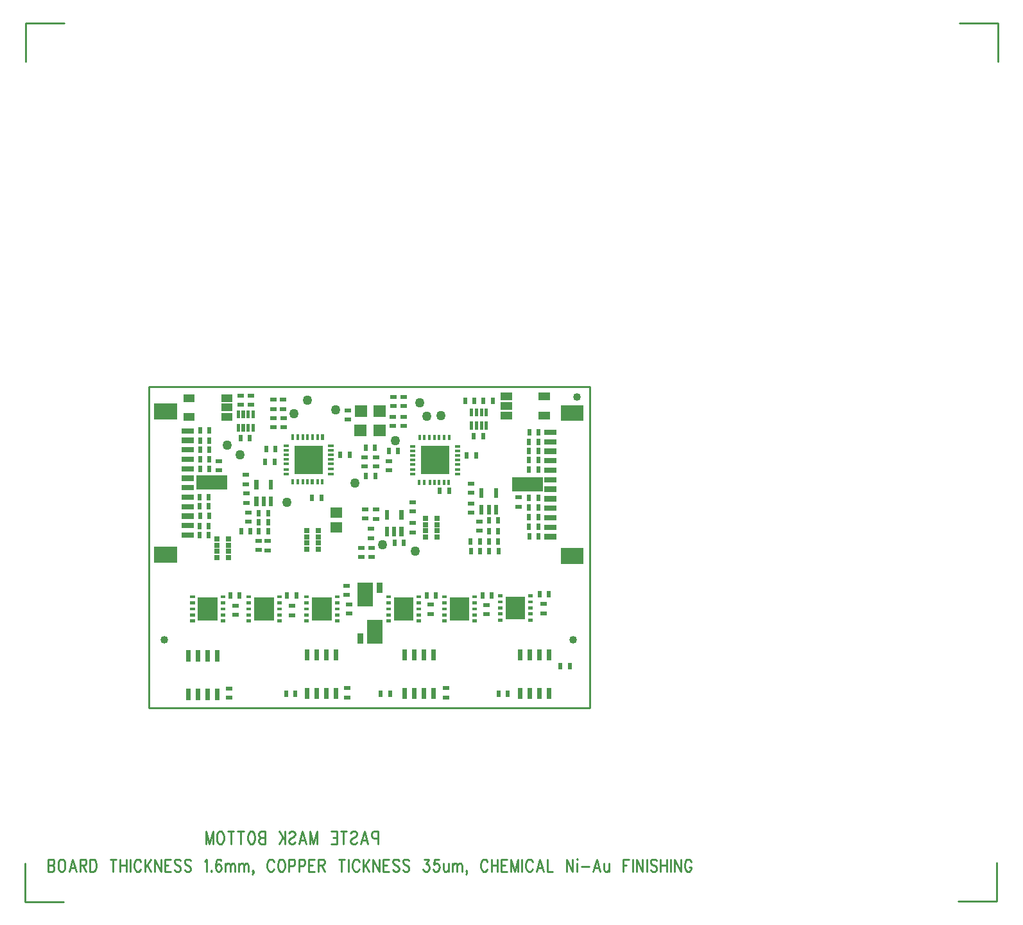
<source format=gbr>
*
*
G04 PADS Layout (Build Number 2007.21.1) generated Gerber (RS-274-X) file*
G04 PC Version=2.1*
*
%IN "2FOC-002.pcb"*%
*
%MOIN*%
*
%FSLAX35Y35*%
*
*
*
*
G04 PC Standard Apertures*
*
*
G04 Thermal Relief Aperture macro.*
%AMTER*
1,1,$1,0,0*
1,0,$1-$2,0,0*
21,0,$3,$4,0,0,45*
21,0,$3,$4,0,0,135*
%
*
*
G04 Annular Aperture macro.*
%AMANN*
1,1,$1,0,0*
1,0,$2,0,0*
%
*
*
G04 Odd Aperture macro.*
%AMODD*
1,1,$1,0,0*
1,0,$1-0.005,0,0*
%
*
*
G04 PC Custom Aperture Macros*
*
*
*
*
*
*
G04 PC Aperture Table*
*
%ADD010C,0.01*%
%ADD016R,0.035X0.024*%
%ADD019R,0.024X0.035*%
%ADD027R,0.06X0.052*%
%ADD035C,0.04*%
%ADD037C,0.05*%
%ADD043R,0.025X0.025*%
%ADD048R,0.16X0.076*%
%ADD070C,0.001*%
%ADD072R,0.02756X0.02756*%
%ADD073R,0.08268X0.08268*%
%ADD076R,0.01575X0.01575*%
%ADD077R,0.10236X0.10236*%
%ADD079R,0.07992X0.07992*%
%ADD080R,0.02992X0.02992*%
%ADD093R,0.02362X0.02362*%
%ADD094R,0.01378X0.01378*%
%ADD095R,0.14567X0.14567*%
%ADD096R,0.05906X0.05906*%
%ADD097R,0.017X0.017*%
%ADD098R,0.021X0.021*%
%ADD126R,0.03937X0.03937*%
*
*
*
*
G04 PC Circuitry*
G04 Layer Name 2FOC-002.pcb - circuitry*
%LPD*%
*
*
G04 PC Custom Flashes*
G04 Layer Name 2FOC-002.pcb - flashes*
%LPD*%
*
*
G04 PC Circuitry*
G04 Layer Name 2FOC-002.pcb - circuitry*
%LPD*%
*
G54D10*
G01X1930512Y1408492D02*
Y1401929D01*
Y1408492D02*
X1928466D01*
X1927785Y1408179*
X1927557Y1407867*
X1927330Y1407242*
Y1406304*
X1927557Y1405679*
X1927785Y1405367*
X1928466Y1405054*
X1930512*
X1923466Y1408492D02*
X1925285Y1401929D01*
X1923466Y1408492D02*
X1921648Y1401929D01*
X1924603Y1404117D02*
X1922330D01*
X1916421Y1407554D02*
X1916875Y1408179D01*
X1917557Y1408492*
X1918466*
X1919148Y1408179*
X1919603Y1407554*
Y1406929*
X1919375Y1406304*
X1919148Y1405992*
X1918694Y1405679*
X1917330Y1405054*
X1916875Y1404742*
X1916648Y1404429*
X1916421Y1403804*
Y1402867*
X1916875Y1402242*
X1917557Y1401929*
X1918466*
X1919148Y1402242*
X1919603Y1402867*
X1912785Y1408492D02*
Y1401929D01*
X1914375Y1408492D02*
X1911194D01*
X1909148D02*
Y1401929D01*
Y1408492D02*
X1906194D01*
X1909148Y1405367D02*
X1907330D01*
X1909148Y1401929D02*
X1906194D01*
X1898921Y1408492D02*
Y1401929D01*
Y1408492D02*
X1897103Y1401929D01*
X1895285Y1408492D02*
X1897103Y1401929D01*
X1895285Y1408492D02*
Y1401929D01*
X1891421Y1408492D02*
X1893239Y1401929D01*
X1891421Y1408492D02*
X1889603Y1401929D01*
X1892557Y1404117D02*
X1890285D01*
X1884375Y1407554D02*
X1884830Y1408179D01*
X1885512Y1408492*
X1886421*
X1887103Y1408179*
X1887557Y1407554*
Y1406929*
X1887330Y1406304*
X1887103Y1405992*
X1886648Y1405679*
X1885285Y1405054*
X1884830Y1404742*
X1884603Y1404429*
X1884375Y1403804*
Y1402867*
X1884830Y1402242*
X1885512Y1401929*
X1886421*
X1887103Y1402242*
X1887557Y1402867*
X1882330Y1408492D02*
Y1401929D01*
X1879148Y1408492D02*
X1882330Y1404117D01*
X1881194Y1405679D02*
X1879148Y1401929D01*
X1871875Y1408492D02*
Y1401929D01*
Y1408492D02*
X1869830D01*
X1869148Y1408179*
X1868921Y1407867*
X1868694Y1407242*
Y1406617*
X1868921Y1405992*
X1869148Y1405679*
X1869830Y1405367*
X1871875D02*
X1869830D01*
X1869148Y1405054*
X1868921Y1404742*
X1868694Y1404117*
Y1403179*
X1868921Y1402554*
X1869148Y1402242*
X1869830Y1401929*
X1871875*
X1865285Y1408492D02*
X1865739Y1408179D01*
X1866194Y1407554*
X1866421Y1406929*
X1866648Y1405992*
Y1404429*
X1866421Y1403492*
X1866194Y1402867*
X1865739Y1402242*
X1865285Y1401929*
X1864375*
X1863921Y1402242*
X1863466Y1402867*
X1863239Y1403492*
X1863012Y1404429*
Y1405992*
X1863239Y1406929*
X1863466Y1407554*
X1863921Y1408179*
X1864375Y1408492*
X1865285*
X1859375D02*
Y1401929D01*
X1860966Y1408492D02*
X1857785D01*
X1854148D02*
Y1401929D01*
X1855739Y1408492D02*
X1852557D01*
X1849148D02*
X1849603Y1408179D01*
X1850057Y1407554*
X1850285Y1406929*
X1850512Y1405992*
Y1404429*
X1850285Y1403492*
X1850057Y1402867*
X1849603Y1402242*
X1849148Y1401929*
X1848239*
X1847785Y1402242*
X1847330Y1402867*
X1847103Y1403492*
X1846875Y1404429*
Y1405992*
X1847103Y1406929*
X1847330Y1407554*
X1847785Y1408179*
X1848239Y1408492*
X1849148*
X1844830D02*
Y1401929D01*
Y1408492D02*
X1843012Y1401929D01*
X1841194Y1408492D02*
X1843012Y1401929D01*
X1841194Y1408492D02*
Y1401929D01*
X1759252Y1394122D02*
Y1387559D01*
Y1394122D02*
X1761297D01*
X1761979Y1393809*
X1762207Y1393497*
X1762434Y1392872*
Y1392247*
X1762207Y1391622*
X1761979Y1391309*
X1761297Y1390997*
X1759252D02*
X1761297D01*
X1761979Y1390684*
X1762207Y1390372*
X1762434Y1389747*
Y1388809*
X1762207Y1388184*
X1761979Y1387872*
X1761297Y1387559*
X1759252*
X1765843Y1394122D02*
X1765388Y1393809D01*
X1764934Y1393184*
X1764707Y1392559*
X1764479Y1391622*
Y1390059*
X1764707Y1389122*
X1764934Y1388497*
X1765388Y1387872*
X1765843Y1387559*
X1766752*
X1767207Y1387872*
X1767661Y1388497*
X1767888Y1389122*
X1768116Y1390059*
Y1391622*
X1767888Y1392559*
X1767661Y1393184*
X1767207Y1393809*
X1766752Y1394122*
X1765843*
X1771979D02*
X1770161Y1387559D01*
X1771979Y1394122D02*
X1773797Y1387559D01*
X1770843Y1389747D02*
X1773116D01*
X1775843Y1394122D02*
Y1387559D01*
Y1394122D02*
X1777888D01*
X1778570Y1393809*
X1778797Y1393497*
X1779025Y1392872*
Y1392247*
X1778797Y1391622*
X1778570Y1391309*
X1777888Y1390997*
X1775843*
X1777434D02*
X1779025Y1387559D01*
X1781070Y1394122D02*
Y1387559D01*
Y1394122D02*
X1782661D01*
X1783343Y1393809*
X1783797Y1393184*
X1784025Y1392559*
X1784252Y1391622*
Y1390059*
X1784025Y1389122*
X1783797Y1388497*
X1783343Y1387872*
X1782661Y1387559*
X1781070*
X1793116Y1394122D02*
Y1387559D01*
X1791525Y1394122D02*
X1794707D01*
X1796752D02*
Y1387559D01*
X1799934Y1394122D02*
Y1387559D01*
X1796752Y1390997D02*
X1799934D01*
X1801979Y1394122D02*
Y1387559D01*
X1807434Y1392559D02*
X1807207Y1393184D01*
X1806752Y1393809*
X1806297Y1394122*
X1805388*
X1804934Y1393809*
X1804479Y1393184*
X1804252Y1392559*
X1804025Y1391622*
Y1390059*
X1804252Y1389122*
X1804479Y1388497*
X1804934Y1387872*
X1805388Y1387559*
X1806297*
X1806752Y1387872*
X1807207Y1388497*
X1807434Y1389122*
X1809479Y1394122D02*
Y1387559D01*
X1812661Y1394122D02*
X1809479Y1389747D01*
X1810616Y1391309D02*
X1812661Y1387559D01*
X1814707Y1394122D02*
Y1387559D01*
Y1394122D02*
X1817888Y1387559D01*
Y1394122D02*
Y1387559D01*
X1819934Y1394122D02*
Y1387559D01*
Y1394122D02*
X1822888D01*
X1819934Y1390997D02*
X1821752D01*
X1819934Y1387559D02*
X1822888D01*
X1828116Y1393184D02*
X1827661Y1393809D01*
X1826979Y1394122*
X1826070*
X1825388Y1393809*
X1824934Y1393184*
Y1392559*
X1825161Y1391934*
X1825388Y1391622*
X1825843Y1391309*
X1827207Y1390684*
X1827661Y1390372*
X1827888Y1390059*
X1828116Y1389434*
Y1388497*
X1827661Y1387872*
X1826979Y1387559*
X1826070*
X1825388Y1387872*
X1824934Y1388497*
X1833343Y1393184D02*
X1832888Y1393809D01*
X1832207Y1394122*
X1831297*
X1830616Y1393809*
X1830161Y1393184*
Y1392559*
X1830388Y1391934*
X1830616Y1391622*
X1831070Y1391309*
X1832434Y1390684*
X1832888Y1390372*
X1833116Y1390059*
X1833343Y1389434*
Y1388497*
X1832888Y1387872*
X1832207Y1387559*
X1831297*
X1830616Y1387872*
X1830161Y1388497*
X1840616Y1392872D02*
X1841070Y1393184D01*
X1841752Y1394122*
Y1387559*
X1844025Y1388184D02*
X1843797Y1387872D01*
X1844025Y1387559*
X1844252Y1387872*
X1844025Y1388184*
X1849025Y1393184D02*
X1848797Y1393809D01*
X1848116Y1394122*
X1847661*
X1846979Y1393809*
X1846525Y1392872*
X1846297Y1391309*
Y1389747*
X1846525Y1388497*
X1846979Y1387872*
X1847661Y1387559*
X1847888*
X1848570Y1387872*
X1849025Y1388497*
X1849252Y1389434*
Y1389747*
X1849025Y1390684*
X1848570Y1391309*
X1847888Y1391622*
X1847661*
X1846979Y1391309*
X1846525Y1390684*
X1846297Y1389747*
X1851297Y1391934D02*
Y1387559D01*
Y1390684D02*
X1851979Y1391622D01*
X1852434Y1391934*
X1853116*
X1853570Y1391622*
X1853797Y1390684*
Y1387559*
Y1390684D02*
X1854479Y1391622D01*
X1854934Y1391934*
X1855616*
X1856070Y1391622*
X1856297Y1390684*
Y1387559*
X1858343Y1391934D02*
Y1387559D01*
Y1390684D02*
X1859025Y1391622D01*
X1859479Y1391934*
X1860161*
X1860616Y1391622*
X1860843Y1390684*
Y1387559*
Y1390684D02*
X1861525Y1391622D01*
X1861979Y1391934*
X1862661*
X1863116Y1391622*
X1863343Y1390684*
Y1387559*
X1865843Y1387872D02*
X1865616Y1387559D01*
X1865388Y1387872*
X1865616Y1388184*
X1865843Y1387872*
Y1387247*
X1865616Y1386622*
X1865388Y1386309*
X1876525Y1392559D02*
X1876297Y1393184D01*
X1875843Y1393809*
X1875388Y1394122*
X1874479*
X1874025Y1393809*
X1873570Y1393184*
X1873343Y1392559*
X1873116Y1391622*
Y1390059*
X1873343Y1389122*
X1873570Y1388497*
X1874025Y1387872*
X1874479Y1387559*
X1875388*
X1875843Y1387872*
X1876297Y1388497*
X1876525Y1389122*
X1879934Y1394122D02*
X1879479Y1393809D01*
X1879025Y1393184*
X1878797Y1392559*
X1878570Y1391622*
Y1390059*
X1878797Y1389122*
X1879025Y1388497*
X1879479Y1387872*
X1879934Y1387559*
X1880843*
X1881297Y1387872*
X1881752Y1388497*
X1881979Y1389122*
X1882207Y1390059*
Y1391622*
X1881979Y1392559*
X1881752Y1393184*
X1881297Y1393809*
X1880843Y1394122*
X1879934*
X1884252D02*
Y1387559D01*
Y1394122D02*
X1886297D01*
X1886979Y1393809*
X1887207Y1393497*
X1887434Y1392872*
Y1391934*
X1887207Y1391309*
X1886979Y1390997*
X1886297Y1390684*
X1884252*
X1889479Y1394122D02*
Y1387559D01*
Y1394122D02*
X1891525D01*
X1892207Y1393809*
X1892434Y1393497*
X1892661Y1392872*
Y1391934*
X1892434Y1391309*
X1892207Y1390997*
X1891525Y1390684*
X1889479*
X1894707Y1394122D02*
Y1387559D01*
Y1394122D02*
X1897661D01*
X1894707Y1390997D02*
X1896525D01*
X1894707Y1387559D02*
X1897661D01*
X1899707Y1394122D02*
Y1387559D01*
Y1394122D02*
X1901752D01*
X1902434Y1393809*
X1902661Y1393497*
X1902888Y1392872*
Y1392247*
X1902661Y1391622*
X1902434Y1391309*
X1901752Y1390997*
X1899707*
X1901297D02*
X1902888Y1387559D01*
X1911752Y1394122D02*
Y1387559D01*
X1910161Y1394122D02*
X1913343D01*
X1915388D02*
Y1387559D01*
X1920843Y1392559D02*
X1920616Y1393184D01*
X1920161Y1393809*
X1919707Y1394122*
X1918797*
X1918343Y1393809*
X1917888Y1393184*
X1917661Y1392559*
X1917434Y1391622*
Y1390059*
X1917661Y1389122*
X1917888Y1388497*
X1918343Y1387872*
X1918797Y1387559*
X1919707*
X1920161Y1387872*
X1920616Y1388497*
X1920843Y1389122*
X1922888Y1394122D02*
Y1387559D01*
X1926070Y1394122D02*
X1922888Y1389747D01*
X1924025Y1391309D02*
X1926070Y1387559D01*
X1928116Y1394122D02*
Y1387559D01*
Y1394122D02*
X1931297Y1387559D01*
Y1394122D02*
Y1387559D01*
X1933343Y1394122D02*
Y1387559D01*
Y1394122D02*
X1936297D01*
X1933343Y1390997D02*
X1935161D01*
X1933343Y1387559D02*
X1936297D01*
X1941525Y1393184D02*
X1941070Y1393809D01*
X1940388Y1394122*
X1939479*
X1938797Y1393809*
X1938343Y1393184*
Y1392559*
X1938570Y1391934*
X1938797Y1391622*
X1939252Y1391309*
X1940616Y1390684*
X1941070Y1390372*
X1941297Y1390059*
X1941525Y1389434*
Y1388497*
X1941070Y1387872*
X1940388Y1387559*
X1939479*
X1938797Y1387872*
X1938343Y1388497*
X1946752Y1393184D02*
X1946297Y1393809D01*
X1945616Y1394122*
X1944707*
X1944025Y1393809*
X1943570Y1393184*
Y1392559*
X1943797Y1391934*
X1944025Y1391622*
X1944479Y1391309*
X1945843Y1390684*
X1946297Y1390372*
X1946525Y1390059*
X1946752Y1389434*
Y1388497*
X1946297Y1387872*
X1945616Y1387559*
X1944707*
X1944025Y1387872*
X1943570Y1388497*
X1954479Y1394122D02*
X1956979D01*
X1955616Y1391622*
X1956297*
X1956752Y1391309*
X1956979Y1390997*
X1957207Y1390059*
Y1389434*
X1956979Y1388497*
X1956525Y1387872*
X1955843Y1387559*
X1955161*
X1954479Y1387872*
X1954252Y1388184*
X1954025Y1388809*
X1962207Y1394122D02*
X1959934D01*
X1959707Y1391309*
X1959934Y1391622*
X1960616Y1391934*
X1961297*
X1961979Y1391622*
X1962434Y1390997*
X1962661Y1390059*
X1962434Y1389434*
X1962207Y1388497*
X1961752Y1387872*
X1961070Y1387559*
X1960388*
X1959707Y1387872*
X1959479Y1388184*
X1959252Y1388809*
X1964707Y1391934D02*
Y1388809D01*
X1964934Y1387872*
X1965388Y1387559*
X1966070*
X1966525Y1387872*
X1967207Y1388809*
Y1391934D02*
Y1387559D01*
X1969252Y1391934D02*
Y1387559D01*
Y1390684D02*
X1969934Y1391622D01*
X1970388Y1391934*
X1971070*
X1971525Y1391622*
X1971752Y1390684*
Y1387559*
Y1390684D02*
X1972434Y1391622D01*
X1972888Y1391934*
X1973570*
X1974025Y1391622*
X1974252Y1390684*
Y1387559*
X1976752Y1387872D02*
X1976525Y1387559D01*
X1976297Y1387872*
X1976525Y1388184*
X1976752Y1387872*
Y1387247*
X1976525Y1386622*
X1976297Y1386309*
X1987434Y1392559D02*
X1987207Y1393184D01*
X1986752Y1393809*
X1986297Y1394122*
X1985388*
X1984934Y1393809*
X1984479Y1393184*
X1984252Y1392559*
X1984025Y1391622*
Y1390059*
X1984252Y1389122*
X1984479Y1388497*
X1984934Y1387872*
X1985388Y1387559*
X1986297*
X1986752Y1387872*
X1987207Y1388497*
X1987434Y1389122*
X1989479Y1394122D02*
Y1387559D01*
X1992661Y1394122D02*
Y1387559D01*
X1989479Y1390997D02*
X1992661D01*
X1994707Y1394122D02*
Y1387559D01*
Y1394122D02*
X1997661D01*
X1994707Y1390997D02*
X1996525D01*
X1994707Y1387559D02*
X1997661D01*
X1999707Y1394122D02*
Y1387559D01*
Y1394122D02*
X2001525Y1387559D01*
X2003343Y1394122D02*
X2001525Y1387559D01*
X2003343Y1394122D02*
Y1387559D01*
X2005388Y1394122D02*
Y1387559D01*
X2010843Y1392559D02*
X2010616Y1393184D01*
X2010161Y1393809*
X2009707Y1394122*
X2008797*
X2008343Y1393809*
X2007888Y1393184*
X2007661Y1392559*
X2007434Y1391622*
Y1390059*
X2007661Y1389122*
X2007888Y1388497*
X2008343Y1387872*
X2008797Y1387559*
X2009707*
X2010161Y1387872*
X2010616Y1388497*
X2010843Y1389122*
X2014707Y1394122D02*
X2012888Y1387559D01*
X2014707Y1394122D02*
X2016525Y1387559D01*
X2013570Y1389747D02*
X2015843D01*
X2018570Y1394122D02*
Y1387559D01*
X2021297*
X2028570Y1394122D02*
Y1387559D01*
Y1394122D02*
X2031752Y1387559D01*
Y1394122D02*
Y1387559D01*
X2033797Y1394122D02*
X2034025Y1393809D01*
X2034252Y1394122*
X2034025Y1394434*
X2033797Y1394122*
X2034025Y1391934D02*
Y1387559D01*
X2036297Y1390372D02*
X2040388D01*
X2044252Y1394122D02*
X2042434Y1387559D01*
X2044252Y1394122D02*
X2046070Y1387559D01*
X2043116Y1389747D02*
X2045388D01*
X2048116Y1391934D02*
Y1388809D01*
X2048343Y1387872*
X2048797Y1387559*
X2049479*
X2049934Y1387872*
X2050616Y1388809*
Y1391934D02*
Y1387559D01*
X2057888Y1394122D02*
Y1387559D01*
Y1394122D02*
X2060843D01*
X2057888Y1390997D02*
X2059707D01*
X2062888Y1394122D02*
Y1387559D01*
X2064934Y1394122D02*
Y1387559D01*
Y1394122D02*
X2068116Y1387559D01*
Y1394122D02*
Y1387559D01*
X2070161Y1394122D02*
Y1387559D01*
X2075388Y1393184D02*
X2074934Y1393809D01*
X2074252Y1394122*
X2073343*
X2072661Y1393809*
X2072207Y1393184*
Y1392559*
X2072434Y1391934*
X2072661Y1391622*
X2073116Y1391309*
X2074479Y1390684*
X2074934Y1390372*
X2075161Y1390059*
X2075388Y1389434*
Y1388497*
X2074934Y1387872*
X2074252Y1387559*
X2073343*
X2072661Y1387872*
X2072207Y1388497*
X2077434Y1394122D02*
Y1387559D01*
X2080616Y1394122D02*
Y1387559D01*
X2077434Y1390997D02*
X2080616D01*
X2082661Y1394122D02*
Y1387559D01*
X2084707Y1394122D02*
Y1387559D01*
Y1394122D02*
X2087888Y1387559D01*
Y1394122D02*
Y1387559D01*
X2093343Y1392559D02*
X2093116Y1393184D01*
X2092661Y1393809*
X2092207Y1394122*
X2091297*
X2090843Y1393809*
X2090388Y1393184*
X2090161Y1392559*
X2089934Y1391622*
Y1390059*
X2090161Y1389122*
X2090388Y1388497*
X2090843Y1387872*
X2091297Y1387559*
X2092207*
X2092661Y1387872*
X2093116Y1388497*
X2093343Y1389122*
Y1390059*
X2092207D02*
X2093343D01*
X1811638Y1472618D02*
X2040748D01*
Y1639331*
X1811638*
Y1472618*
X1767520Y1828110D02*
X1747520D01*
Y1808110*
X1747441Y1391890D02*
Y1371890D01*
X1767441*
X2232087Y1372205D02*
X2252087D01*
Y1392205*
X2252559Y1808031D02*
Y1828031D01*
X2232559*
G54D16*
X1864567Y1629844D03*
Y1634644D03*
X1859449Y1629844D03*
Y1634644D03*
X1929528Y1602754D03*
Y1597954D03*
X1923622Y1602754D03*
Y1597954D03*
X1847835Y1595986D03*
Y1600786D03*
X2003740Y1581888D03*
Y1577088D03*
X1873425Y1554450D03*
Y1559250D03*
X1868504Y1554647D03*
Y1559447D03*
X1863386Y1569214D03*
Y1574014D03*
X1862008Y1588702D03*
Y1593502D03*
X1881496Y1618230D03*
Y1623030D03*
X1881299Y1627679D03*
Y1632479D03*
X1876181Y1618230D03*
Y1623030D03*
Y1627679D03*
Y1632479D03*
X1938386Y1618820D03*
Y1623620D03*
X1938583Y1629254D03*
Y1634054D03*
X1943898Y1618820D03*
Y1623620D03*
Y1629254D03*
Y1634054D03*
X1983268Y1564490D03*
Y1569290D03*
X1978937Y1584175D03*
Y1588975D03*
X1948622Y1568502D03*
Y1563702D03*
Y1579329D03*
Y1574529D03*
X1926969Y1560750D03*
Y1565550D03*
X1924016Y1570986D03*
Y1575786D03*
X1927165Y1550907D03*
Y1555707D03*
X1922047Y1550907D03*
Y1555707D03*
X1929528Y1575589D03*
Y1570789D03*
X1965945Y1478072D03*
Y1482872D03*
X1853346Y1477876D03*
Y1482676D03*
X1914764Y1478072D03*
Y1482872D03*
X1914173Y1536022D03*
Y1531222D03*
X1914961Y1622167D03*
Y1626967D03*
X1936417Y1595986D03*
Y1600786D03*
X1978937Y1573939D03*
Y1578739D03*
X1862205Y1579057D03*
Y1583857D03*
X1856693Y1525786D03*
Y1520986D03*
X1886024Y1525589D03*
Y1520789D03*
X1915551Y1526376D03*
Y1521576D03*
X1958071Y1526180D03*
Y1521380D03*
X1987008Y1525983D03*
Y1521183D03*
X2016732Y1526573D03*
Y1521773D03*
G54D19*
X1985395Y1631850D03*
X1990195D03*
X1980746Y1632047D03*
X1975946D03*
X1842754Y1581850D03*
X1837954D03*
X1838151Y1616496D03*
X1842951D03*
X2014014Y1561772D03*
X2009214D03*
X1837954Y1562362D03*
X1842754D03*
X2014014Y1615709D03*
X2009214D03*
X1842754Y1577126D03*
X1837954D03*
X1842951Y1572205D03*
X1838151D03*
X1873463Y1569055D03*
X1868663D03*
X1873463Y1573780D03*
X1868663D03*
X1859608Y1564331D03*
X1864408D03*
X1988348Y1553898D03*
X1993148D03*
X1992951Y1564331D03*
X1988151D03*
X1992951Y1569843D03*
X1988151D03*
X1978702Y1559016D03*
X1983502D03*
X1978899Y1553898D03*
X1983699D03*
X1842951Y1596614D03*
X1838151D03*
X1842951Y1601535D03*
X1838151D03*
X1842951Y1606457D03*
X1838151D03*
X1842951Y1611378D03*
X1838151D03*
X2009017Y1610787D03*
X2013817D03*
X2009017Y1596417D03*
X2013817D03*
X2009017Y1601142D03*
X2013817D03*
X2009017Y1581457D03*
X2013817D03*
X2009017Y1576535D03*
X2013817D03*
X2009017Y1571614D03*
X2013817D03*
X2009017Y1566693D03*
X2013817D03*
X2009017Y1605866D03*
X2013817D03*
X1842754Y1567087D03*
X1837954D03*
X1872600Y1606850D03*
X1877400D03*
X1936183Y1606063D03*
X1940983D03*
X1858711Y1530795D03*
X1853911D03*
X1989605Y1530866D03*
X1984805D03*
X2019329Y1531654D03*
X2014529D03*
X1988151Y1559016D03*
X1992951D03*
X1888211Y1530795D03*
X1883411D03*
X1882836Y1480079D03*
X1887636D03*
X1932049D03*
X1936849D03*
X2025356Y1494252D03*
X2030156D03*
X1864085Y1612476D03*
X1859285D03*
X1985211Y1613551D03*
X1980411D03*
X1915786Y1603898D03*
X1910986D03*
X1872009Y1600157D03*
X1876809D03*
X1928975Y1607638D03*
X1924175D03*
X1929172Y1593071D03*
X1924372D03*
X1901219Y1581457D03*
X1896419D03*
X1967557Y1585197D03*
X1962757D03*
X1981534Y1603701D03*
X1976734D03*
X1943935Y1558425D03*
X1939135D03*
X1993269Y1480079D03*
X1998069D03*
X1868663Y1564331D03*
X1873463D03*
X1960711Y1530795D03*
X1955911D03*
G54D27*
X1908858Y1566239D03*
Y1573839D03*
G54D35*
X2034079Y1634035D03*
X2032110Y1508051D03*
X1819512D03*
G54D37*
X1939764Y1611378D03*
X1956102Y1623976D03*
X1952165Y1630866D03*
X1858858Y1603898D03*
X1893898Y1632441D03*
X1886811Y1625354D03*
X1908465Y1627126D03*
X1852362Y1609016D03*
X1918504Y1589331D03*
X1933071Y1557244D03*
X1883268Y1579291D03*
X1950000Y1554094D03*
X1963189Y1624370D03*
G54D43*
X1852953Y1560221D03*
Y1557071D03*
Y1553921D03*
Y1550771D03*
X1846953D03*
Y1553921D03*
Y1557071D03*
Y1560221D03*
X1899654Y1564528D03*
Y1561378D03*
Y1558228D03*
Y1555078D03*
X1893654D03*
Y1558228D03*
Y1561378D03*
Y1564528D03*
X1955268Y1561377D03*
Y1564527D03*
Y1567677D03*
Y1570827D03*
X1961268D03*
Y1567677D03*
Y1564527D03*
Y1561377D03*
G54D48*
X1844291Y1589528D03*
X2008268Y1588543D03*
G54D70*
G54D72*
X1829921Y1562264D02*
X1833465D01*
X1829921Y1567185D02*
X1833465D01*
X1829921Y1572106D02*
X1833465D01*
X1829921Y1577028D02*
X1833465D01*
X1829921Y1581949D02*
X1833465D01*
X1829921Y1586870D02*
X1833465D01*
X1829921Y1591791D02*
X1833465D01*
X1829921Y1596713D02*
X1833465D01*
X1829921Y1601634D02*
X1833465D01*
X1829921Y1606555D02*
X1833465D01*
X1829921Y1611476D02*
X1833465D01*
X1829921Y1616398D02*
X1833465D01*
X2021850Y1615610D02*
X2018307D01*
X2021850Y1610689D02*
X2018307D01*
X2021850Y1605768D02*
X2018307D01*
X2021850Y1600846D02*
X2018307D01*
X2021850Y1595925D02*
X2018307D01*
X2021850Y1591004D02*
X2018307D01*
X2021850Y1586083D02*
X2018307D01*
X2021850Y1581161D02*
X2018307D01*
X2021850Y1576240D02*
X2018307D01*
X2021850Y1571319D02*
X2018307D01*
X2021850Y1566398D02*
X2018307D01*
X2021850Y1561476D02*
X2018307D01*
G54D73*
X1818504Y1626437D02*
X1822047D01*
X1818504Y1552224D02*
X1822047D01*
X2033268Y1551437D02*
X2029724D01*
X2033268Y1625650D02*
X2029724D01*
G54D76*
X1850417Y1530295D02*
X1849630D01*
X1850417Y1527146D02*
X1849630D01*
X1850417Y1523996D02*
X1849630D01*
X1850417Y1520846D02*
X1849630D01*
X1850417Y1517697D02*
X1849630D01*
X1834669D02*
X1833882D01*
X1834669Y1520846D02*
X1833882D01*
X1834669Y1523996D02*
X1833882D01*
X1834669Y1527146D02*
X1833882D01*
X1834669Y1530295D02*
X1833882D01*
X1879705D02*
X1878917D01*
X1879705Y1527146D02*
X1878917D01*
X1879705Y1523996D02*
X1878917D01*
X1879705Y1520846D02*
X1878917D01*
X1879705Y1517697D02*
X1878917D01*
X1863957D02*
X1863169D01*
X1863957Y1520846D02*
X1863169D01*
X1863957Y1523996D02*
X1863169D01*
X1863957Y1527146D02*
X1863169D01*
X1863957Y1530295D02*
X1863169D01*
X1909705D02*
X1908917D01*
X1909705Y1527146D02*
X1908917D01*
X1909705Y1523996D02*
X1908917D01*
X1909705Y1520846D02*
X1908917D01*
X1909705Y1517697D02*
X1908917D01*
X1893957D02*
X1893169D01*
X1893957Y1520846D02*
X1893169D01*
X1893957Y1523996D02*
X1893169D01*
X1893957Y1527146D02*
X1893169D01*
X1893957Y1530295D02*
X1893169D01*
X1952205D02*
X1951417D01*
X1952205Y1527146D02*
X1951417D01*
X1952205Y1523996D02*
X1951417D01*
X1952205Y1520846D02*
X1951417D01*
X1952205Y1517697D02*
X1951417D01*
X1936457D02*
X1935669D01*
X1936457Y1520846D02*
X1935669D01*
X1936457Y1523996D02*
X1935669D01*
X1936457Y1527146D02*
X1935669D01*
X1936457Y1530295D02*
X1935669D01*
X1981205D02*
X1980417D01*
X1981205Y1527146D02*
X1980417D01*
X1981205Y1523996D02*
X1980417D01*
X1981205Y1520846D02*
X1980417D01*
X1981205Y1517697D02*
X1980417D01*
X1965457D02*
X1964669D01*
X1965457Y1520846D02*
X1964669D01*
X1965457Y1523996D02*
X1964669D01*
X1965457Y1527146D02*
X1964669D01*
X1965457Y1530295D02*
X1964669D01*
X2010205Y1530795D02*
X2009417D01*
X2010205Y1527646D02*
X2009417D01*
X2010205Y1524496D02*
X2009417D01*
X2010205Y1521346D02*
X2009417D01*
X2010205Y1518197D02*
X2009417D01*
X1994457D02*
X1993669D01*
X1994457Y1521346D02*
X1993669D01*
X1994457Y1524496D02*
X1993669D01*
X1994457Y1527646D02*
X1993669D01*
X1994457Y1530795D02*
X1993669D01*
G54D77*
X1842150Y1524783D02*
Y1523209D01*
X1871437Y1524783D02*
Y1523209D01*
X1901437Y1524783D02*
Y1523209D01*
X1943937Y1524783D02*
Y1523209D01*
X1972937Y1524783D02*
Y1523209D01*
X2001937Y1525283D02*
Y1523709D01*
G54D79*
X1929047Y1509846D02*
Y1514374D01*
X1923843Y1529244D02*
Y1533772D01*
G54D80*
X1921350Y1507327D02*
Y1509846D01*
X1931543Y1533768D02*
Y1536287D01*
G54D93*
X1893878Y1501890D02*
Y1498346D01*
X1898878Y1501890D02*
Y1498346D01*
X1903878Y1501890D02*
Y1498346D01*
X1908878Y1501890D02*
Y1498346D01*
Y1481890D02*
Y1478346D01*
X1903878Y1481890D02*
Y1478346D01*
X1898878Y1481890D02*
Y1478346D01*
X1893878Y1481890D02*
Y1478346D01*
X2004311Y1501890D02*
Y1498346D01*
X2009311Y1501890D02*
Y1498346D01*
X2014311Y1501890D02*
Y1498346D01*
X2019311Y1501890D02*
Y1498346D01*
Y1481890D02*
Y1478346D01*
X2014311Y1481890D02*
Y1478346D01*
X2009311Y1481890D02*
Y1478346D01*
X2004311Y1481890D02*
Y1478346D01*
X1832067Y1501299D02*
Y1497756D01*
X1837067Y1501299D02*
Y1497756D01*
X1842067Y1501299D02*
Y1497756D01*
X1847067Y1501299D02*
Y1497756D01*
Y1481299D02*
Y1477756D01*
X1842067Y1481299D02*
Y1477756D01*
X1837067Y1481299D02*
Y1477756D01*
X1832067Y1481299D02*
Y1477756D01*
X1944469Y1501890D02*
Y1498346D01*
X1949469Y1501890D02*
Y1498346D01*
X1954469Y1501890D02*
Y1498346D01*
X1959469Y1501890D02*
Y1498346D01*
Y1481890D02*
Y1478346D01*
X1954469Y1481890D02*
Y1478346D01*
X1949469Y1481890D02*
Y1478346D01*
X1944469Y1481890D02*
Y1478346D01*
G54D94*
X1886417Y1613839D02*
Y1612461D01*
X1888976Y1613839D02*
Y1612461D01*
X1891535Y1613839D02*
Y1612461D01*
X1894094Y1613839D02*
Y1612461D01*
X1896654Y1613839D02*
Y1612461D01*
X1899213Y1613839D02*
Y1612461D01*
X1901772Y1613839D02*
Y1612461D01*
X1906791Y1608622D02*
X1905413D01*
X1906791Y1606260D02*
X1905413D01*
X1906791Y1603898D02*
X1905413D01*
X1906791Y1601535D02*
X1905413D01*
X1906791Y1599173D02*
X1905413D01*
X1906791Y1596614D02*
X1905413D01*
X1906791Y1594055D02*
X1905413D01*
X1901575Y1590610D02*
Y1589232D01*
X1899213Y1590610D02*
Y1589232D01*
X1896457Y1590610D02*
Y1589232D01*
X1894094Y1590610D02*
Y1589232D01*
X1891732Y1590610D02*
Y1589232D01*
X1888976Y1590610D02*
Y1589232D01*
X1886220Y1590610D02*
Y1589232D01*
X1883563Y1594055D02*
X1882185D01*
X1883563Y1596417D02*
X1882185D01*
X1883563Y1599173D02*
X1882185D01*
X1883563Y1601535D02*
X1882185D01*
X1883563Y1603898D02*
X1882185D01*
X1883563Y1606260D02*
X1882185D01*
X1883563Y1608622D02*
X1882185D01*
X1952165Y1613642D02*
Y1612264D01*
X1954724Y1613642D02*
Y1612264D01*
X1957283Y1613642D02*
Y1612264D01*
X1959843Y1613642D02*
Y1612264D01*
X1962402Y1613642D02*
Y1612264D01*
X1964961Y1613642D02*
Y1612264D01*
X1967520Y1613642D02*
Y1612264D01*
X1972539Y1608425D02*
X1971161D01*
X1972539Y1606063D02*
X1971161D01*
X1972539Y1603701D02*
X1971161D01*
X1972539Y1601339D02*
X1971161D01*
X1972539Y1598976D02*
X1971161D01*
X1972539Y1596417D02*
X1971161D01*
X1972539Y1593858D02*
X1971161D01*
X1967323Y1590413D02*
Y1589035D01*
X1964961Y1590413D02*
Y1589035D01*
X1962205Y1590413D02*
Y1589035D01*
X1959843Y1590413D02*
Y1589035D01*
X1957480Y1590413D02*
Y1589035D01*
X1954724Y1590413D02*
Y1589035D01*
X1951969Y1590413D02*
Y1589035D01*
X1949311Y1593858D02*
X1947933D01*
X1949311Y1596220D02*
X1947933D01*
X1949311Y1598976D02*
X1947933D01*
X1949311Y1601339D02*
X1947933D01*
X1949311Y1603701D02*
X1947933D01*
X1949311Y1606063D02*
X1947933D01*
X1949311Y1608425D02*
X1947933D01*
G54D95*
X1894488Y1601339D03*
X1960236Y1601142D03*
G54D96*
X1931693Y1626535D02*
X1931299D01*
X1931693Y1616535D02*
X1931299D01*
X1921693D02*
X1921299D01*
X1921850Y1626535D02*
X1921457D01*
G54D97*
X1865744Y1616795D02*
Y1619229D01*
X1863185Y1616795D02*
Y1619229D01*
X1860626Y1616795D02*
Y1619229D01*
X1858067Y1616795D02*
Y1619229D01*
Y1623724D02*
Y1626158D01*
X1860626Y1623724D02*
Y1626158D01*
X1863185Y1623724D02*
Y1626158D01*
X1865744Y1623724D02*
Y1626158D01*
X1986870Y1617870D02*
Y1620304D01*
X1984311Y1617870D02*
Y1620304D01*
X1981752Y1617870D02*
Y1620304D01*
X1979193Y1617870D02*
Y1620304D01*
Y1624799D02*
Y1627233D01*
X1981752Y1624799D02*
Y1627233D01*
X1984311Y1624799D02*
Y1627233D01*
X1986870Y1624799D02*
Y1627233D01*
G54D98*
X1942776Y1562518D02*
Y1565418D01*
X1938976Y1562518D02*
Y1565418D01*
X1935176Y1562518D02*
Y1565418D01*
Y1571218D02*
Y1574118D01*
X1942776Y1571218D02*
Y1574118D01*
X1875060Y1578266D02*
Y1581166D01*
X1871260Y1578266D02*
Y1581166D01*
X1867460Y1578266D02*
Y1581166D01*
Y1586966D02*
Y1589866D01*
X1875060Y1586966D02*
Y1589866D01*
X1991989Y1573935D02*
Y1576835D01*
X1988189Y1573935D02*
Y1576835D01*
X1984389Y1573935D02*
Y1576835D01*
Y1582635D02*
Y1585535D01*
X1991989Y1582635D02*
Y1585535D01*
G54D126*
X1851181Y1623583D02*
X1853150D01*
X1851181Y1628504D02*
X1853150D01*
X1851181Y1633425D02*
X1853150D01*
X1831496D02*
X1833465D01*
X1831496Y1623583D02*
X1833465D01*
X1998228Y1634213D02*
X1996260D01*
X1998228Y1629291D02*
X1996260D01*
X1998228Y1624370D02*
X1996260D01*
X2017913D02*
X2015945D01*
X2017913Y1634213D02*
X2015945D01*
X0Y0D02*
M02*

</source>
